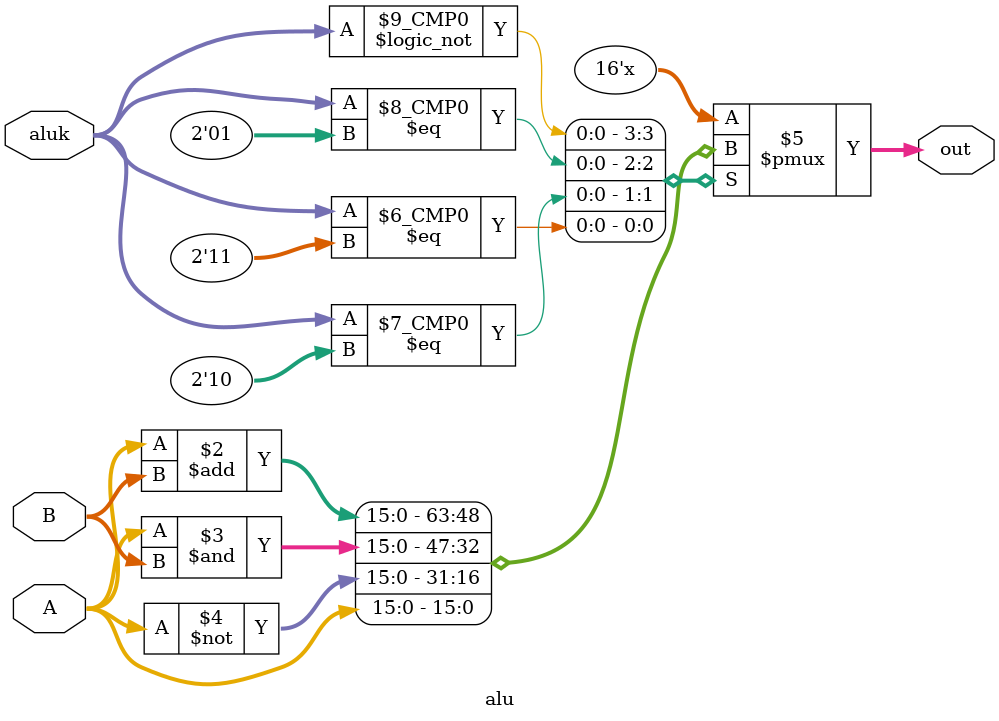
<source format=sv>
module alu(
	input logic [15:0] A, B,
	input logic [1:0] aluk,
	output logic [15:0] out
);

always_comb
	begin
		unique case (aluk)
		//add
		2'b00 : out = A[15:0] + B[15:0];
		//and
		2'b01 : out = A[15:0] & B[15:0];
		//not
		2'b10 : out = ~A[15:0];
		//ld str
		2'b11 : out = A[15:0];
		endcase
	end

endmodule

</source>
